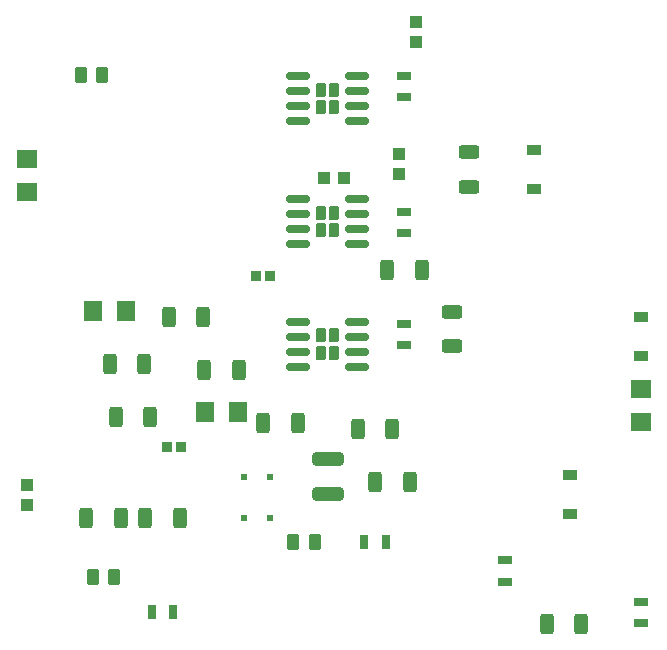
<source format=gtp>
G04 #@! TF.GenerationSoftware,KiCad,Pcbnew,(6.0.4)*
G04 #@! TF.CreationDate,2022-04-21T02:31:35-04:00*
G04 #@! TF.ProjectId,malice-striker-v2-2,6d616c69-6365-42d7-9374-72696b65722d,rev?*
G04 #@! TF.SameCoordinates,Original*
G04 #@! TF.FileFunction,Paste,Top*
G04 #@! TF.FilePolarity,Positive*
%FSLAX46Y46*%
G04 Gerber Fmt 4.6, Leading zero omitted, Abs format (unit mm)*
G04 Created by KiCad (PCBNEW (6.0.4)) date 2022-04-21 02:31:35*
%MOMM*%
%LPD*%
G01*
G04 APERTURE LIST*
G04 Aperture macros list*
%AMRoundRect*
0 Rectangle with rounded corners*
0 $1 Rounding radius*
0 $2 $3 $4 $5 $6 $7 $8 $9 X,Y pos of 4 corners*
0 Add a 4 corners polygon primitive as box body*
4,1,4,$2,$3,$4,$5,$6,$7,$8,$9,$2,$3,0*
0 Add four circle primitives for the rounded corners*
1,1,$1+$1,$2,$3*
1,1,$1+$1,$4,$5*
1,1,$1+$1,$6,$7*
1,1,$1+$1,$8,$9*
0 Add four rect primitives between the rounded corners*
20,1,$1+$1,$2,$3,$4,$5,0*
20,1,$1+$1,$4,$5,$6,$7,0*
20,1,$1+$1,$6,$7,$8,$9,0*
20,1,$1+$1,$8,$9,$2,$3,0*%
G04 Aperture macros list end*
%ADD10R,1.198880X0.797560*%
%ADD11R,1.597660X1.798320*%
%ADD12R,1.798320X1.597660*%
%ADD13R,0.848360X0.899160*%
%ADD14R,0.797560X1.198880*%
%ADD15R,1.099820X0.998220*%
%ADD16R,0.998220X1.099820*%
%ADD17R,1.200000X0.900000*%
%ADD18R,0.500000X0.500000*%
%ADD19RoundRect,0.250000X0.312500X0.625000X-0.312500X0.625000X-0.312500X-0.625000X0.312500X-0.625000X0*%
%ADD20RoundRect,0.250000X1.075000X-0.312500X1.075000X0.312500X-1.075000X0.312500X-1.075000X-0.312500X0*%
%ADD21RoundRect,0.250000X-0.312500X-0.625000X0.312500X-0.625000X0.312500X0.625000X-0.312500X0.625000X0*%
%ADD22RoundRect,0.250000X0.262500X0.450000X-0.262500X0.450000X-0.262500X-0.450000X0.262500X-0.450000X0*%
%ADD23RoundRect,0.250000X-0.625000X0.312500X-0.625000X-0.312500X0.625000X-0.312500X0.625000X0.312500X0*%
%ADD24RoundRect,0.250000X-0.262500X-0.450000X0.262500X-0.450000X0.262500X0.450000X-0.262500X0.450000X0*%
%ADD25RoundRect,0.230000X-0.230000X-0.375000X0.230000X-0.375000X0.230000X0.375000X-0.230000X0.375000X0*%
%ADD26RoundRect,0.150000X-0.825000X-0.150000X0.825000X-0.150000X0.825000X0.150000X-0.825000X0.150000X0*%
G04 APERTURE END LIST*
D10*
X72500000Y-97100840D03*
X72500000Y-98899160D03*
D11*
X35600460Y-81000000D03*
X38399540Y-81000000D03*
D12*
X72500000Y-81899540D03*
X72500000Y-79100460D03*
D13*
X33579120Y-84000000D03*
X32420880Y-84000000D03*
D14*
X31100840Y-98000000D03*
X32899160Y-98000000D03*
D10*
X61000000Y-93600840D03*
X61000000Y-95399160D03*
D12*
X20500000Y-62399540D03*
X20500000Y-59600460D03*
D15*
X47348360Y-61250000D03*
X45651640Y-61250000D03*
D16*
X52000000Y-59151640D03*
X52000000Y-60848360D03*
D10*
X52500000Y-64100840D03*
X52500000Y-65899160D03*
D16*
X20500000Y-88946720D03*
X20500000Y-87250000D03*
D10*
X52500000Y-73600840D03*
X52500000Y-75399160D03*
D14*
X50899160Y-92000000D03*
X49100840Y-92000000D03*
D10*
X52500000Y-52600840D03*
X52500000Y-54399160D03*
D16*
X53500000Y-49696720D03*
X53500000Y-48000000D03*
D11*
X26100460Y-72500000D03*
X28899540Y-72500000D03*
D13*
X39920880Y-69500000D03*
X41079120Y-69500000D03*
D17*
X72500000Y-76300000D03*
X72500000Y-73000000D03*
X63500000Y-58850000D03*
X63500000Y-62150000D03*
X66500000Y-89650000D03*
X66500000Y-86350000D03*
D18*
X38900000Y-90000000D03*
X41100000Y-90000000D03*
X41100000Y-86500000D03*
X38900000Y-86500000D03*
D19*
X67462500Y-99000000D03*
X64537500Y-99000000D03*
X52962500Y-87000000D03*
X50037500Y-87000000D03*
X33462500Y-90000000D03*
X30537500Y-90000000D03*
D20*
X46000000Y-87962500D03*
X46000000Y-85037500D03*
D21*
X32537500Y-73000000D03*
X35462500Y-73000000D03*
D19*
X30962500Y-81500000D03*
X28037500Y-81500000D03*
X51462500Y-82500000D03*
X48537500Y-82500000D03*
X43462500Y-82000000D03*
X40537500Y-82000000D03*
X28462500Y-90000000D03*
X25537500Y-90000000D03*
X30462500Y-77000000D03*
X27537500Y-77000000D03*
D21*
X35537500Y-77500000D03*
X38462500Y-77500000D03*
D22*
X26912500Y-52500000D03*
X25087500Y-52500000D03*
D23*
X58000000Y-59037500D03*
X58000000Y-61962500D03*
D24*
X43087500Y-92000000D03*
X44912500Y-92000000D03*
D22*
X27912500Y-95000000D03*
X26087500Y-95000000D03*
D23*
X56500000Y-72537500D03*
X56500000Y-75462500D03*
D19*
X53962500Y-69000000D03*
X51037500Y-69000000D03*
D25*
X46570000Y-55250000D03*
X45430000Y-53750000D03*
X45430000Y-55250000D03*
X46570000Y-53750000D03*
D26*
X43525000Y-52595000D03*
X43525000Y-53865000D03*
X43525000Y-55135000D03*
X43525000Y-56405000D03*
X48475000Y-56405000D03*
X48475000Y-55135000D03*
X48475000Y-53865000D03*
X48475000Y-52595000D03*
D25*
X45430000Y-64150000D03*
X46570000Y-65650000D03*
X46570000Y-64150000D03*
X45430000Y-65650000D03*
D26*
X43525000Y-62995000D03*
X43525000Y-64265000D03*
X43525000Y-65535000D03*
X43525000Y-66805000D03*
X48475000Y-66805000D03*
X48475000Y-65535000D03*
X48475000Y-64265000D03*
X48475000Y-62995000D03*
D25*
X45430000Y-74550000D03*
X46570000Y-74550000D03*
X46570000Y-76050000D03*
X45430000Y-76050000D03*
D26*
X43525000Y-73395000D03*
X43525000Y-74665000D03*
X43525000Y-75935000D03*
X43525000Y-77205000D03*
X48475000Y-77205000D03*
X48475000Y-75935000D03*
X48475000Y-74665000D03*
X48475000Y-73395000D03*
M02*

</source>
